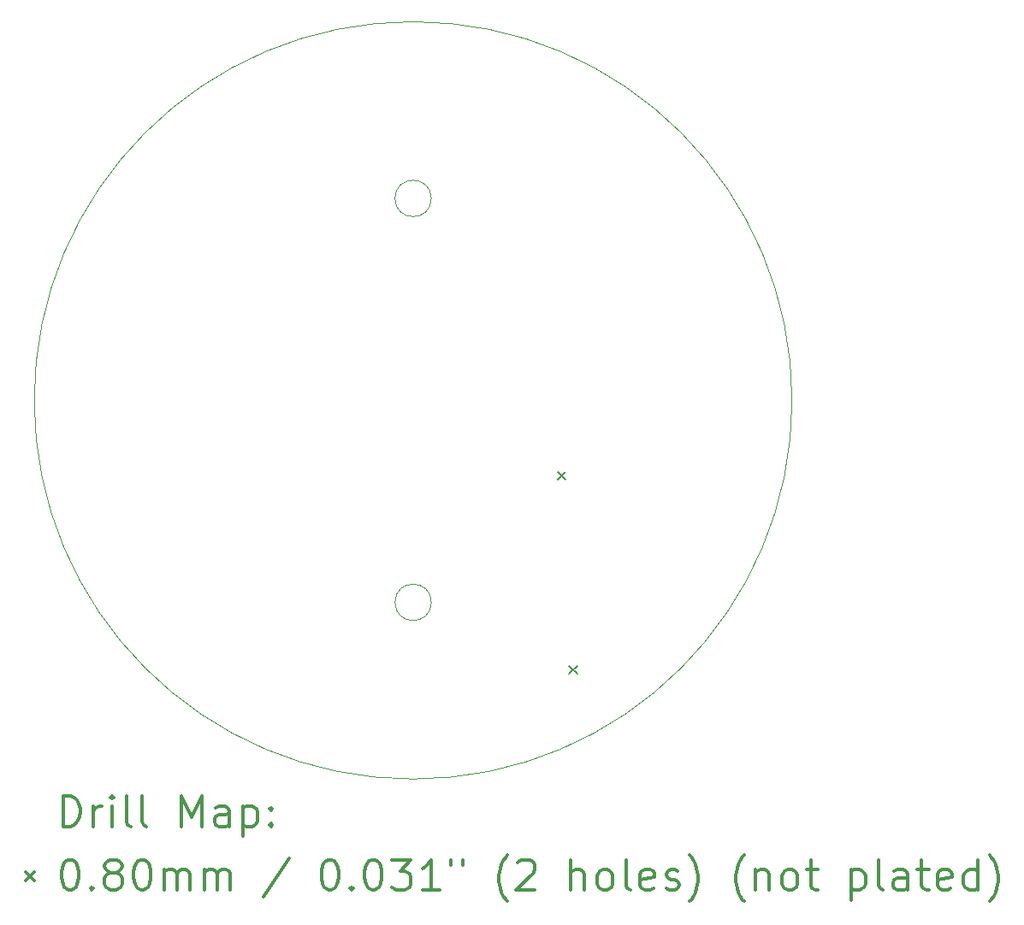
<source format=gbr>
%FSLAX45Y45*%
G04 Gerber Fmt 4.5, Leading zero omitted, Abs format (unit mm)*
G04 Created by KiCad (PCBNEW 5.1.5-52549c5~84~ubuntu18.04.1) date 2020-01-06 14:01:49*
%MOMM*%
%LPD*%
G04 APERTURE LIST*
%TA.AperFunction,Profile*%
%ADD10C,0.050000*%
%TD*%
%ADD11C,0.200000*%
%ADD12C,0.300000*%
G04 APERTURE END LIST*
D10*
X10180000Y-12000000D02*
G75*
G03X10180000Y-12000000I-180000J0D01*
G01*
X10180000Y-8000000D02*
G75*
G03X10180000Y-8000000I-180000J0D01*
G01*
X13750000Y-10000000D02*
G75*
G03X13750000Y-10000000I-3750000J0D01*
G01*
D11*
X11430660Y-10706760D02*
X11510660Y-10786760D01*
X11510660Y-10706760D02*
X11430660Y-10786760D01*
X11542600Y-12627000D02*
X11622600Y-12707000D01*
X11622600Y-12627000D02*
X11542600Y-12707000D01*
D12*
X6533928Y-14218214D02*
X6533928Y-13918214D01*
X6605357Y-13918214D01*
X6648214Y-13932500D01*
X6676786Y-13961071D01*
X6691071Y-13989643D01*
X6705357Y-14046786D01*
X6705357Y-14089643D01*
X6691071Y-14146786D01*
X6676786Y-14175357D01*
X6648214Y-14203929D01*
X6605357Y-14218214D01*
X6533928Y-14218214D01*
X6833928Y-14218214D02*
X6833928Y-14018214D01*
X6833928Y-14075357D02*
X6848214Y-14046786D01*
X6862500Y-14032500D01*
X6891071Y-14018214D01*
X6919643Y-14018214D01*
X7019643Y-14218214D02*
X7019643Y-14018214D01*
X7019643Y-13918214D02*
X7005357Y-13932500D01*
X7019643Y-13946786D01*
X7033928Y-13932500D01*
X7019643Y-13918214D01*
X7019643Y-13946786D01*
X7205357Y-14218214D02*
X7176786Y-14203929D01*
X7162500Y-14175357D01*
X7162500Y-13918214D01*
X7362500Y-14218214D02*
X7333928Y-14203929D01*
X7319643Y-14175357D01*
X7319643Y-13918214D01*
X7705357Y-14218214D02*
X7705357Y-13918214D01*
X7805357Y-14132500D01*
X7905357Y-13918214D01*
X7905357Y-14218214D01*
X8176786Y-14218214D02*
X8176786Y-14061071D01*
X8162500Y-14032500D01*
X8133928Y-14018214D01*
X8076786Y-14018214D01*
X8048214Y-14032500D01*
X8176786Y-14203929D02*
X8148214Y-14218214D01*
X8076786Y-14218214D01*
X8048214Y-14203929D01*
X8033928Y-14175357D01*
X8033928Y-14146786D01*
X8048214Y-14118214D01*
X8076786Y-14103929D01*
X8148214Y-14103929D01*
X8176786Y-14089643D01*
X8319643Y-14018214D02*
X8319643Y-14318214D01*
X8319643Y-14032500D02*
X8348214Y-14018214D01*
X8405357Y-14018214D01*
X8433928Y-14032500D01*
X8448214Y-14046786D01*
X8462500Y-14075357D01*
X8462500Y-14161071D01*
X8448214Y-14189643D01*
X8433928Y-14203929D01*
X8405357Y-14218214D01*
X8348214Y-14218214D01*
X8319643Y-14203929D01*
X8591071Y-14189643D02*
X8605357Y-14203929D01*
X8591071Y-14218214D01*
X8576786Y-14203929D01*
X8591071Y-14189643D01*
X8591071Y-14218214D01*
X8591071Y-14032500D02*
X8605357Y-14046786D01*
X8591071Y-14061071D01*
X8576786Y-14046786D01*
X8591071Y-14032500D01*
X8591071Y-14061071D01*
X6167500Y-14672500D02*
X6247500Y-14752500D01*
X6247500Y-14672500D02*
X6167500Y-14752500D01*
X6591071Y-14548214D02*
X6619643Y-14548214D01*
X6648214Y-14562500D01*
X6662500Y-14576786D01*
X6676786Y-14605357D01*
X6691071Y-14662500D01*
X6691071Y-14733929D01*
X6676786Y-14791071D01*
X6662500Y-14819643D01*
X6648214Y-14833929D01*
X6619643Y-14848214D01*
X6591071Y-14848214D01*
X6562500Y-14833929D01*
X6548214Y-14819643D01*
X6533928Y-14791071D01*
X6519643Y-14733929D01*
X6519643Y-14662500D01*
X6533928Y-14605357D01*
X6548214Y-14576786D01*
X6562500Y-14562500D01*
X6591071Y-14548214D01*
X6819643Y-14819643D02*
X6833928Y-14833929D01*
X6819643Y-14848214D01*
X6805357Y-14833929D01*
X6819643Y-14819643D01*
X6819643Y-14848214D01*
X7005357Y-14676786D02*
X6976786Y-14662500D01*
X6962500Y-14648214D01*
X6948214Y-14619643D01*
X6948214Y-14605357D01*
X6962500Y-14576786D01*
X6976786Y-14562500D01*
X7005357Y-14548214D01*
X7062500Y-14548214D01*
X7091071Y-14562500D01*
X7105357Y-14576786D01*
X7119643Y-14605357D01*
X7119643Y-14619643D01*
X7105357Y-14648214D01*
X7091071Y-14662500D01*
X7062500Y-14676786D01*
X7005357Y-14676786D01*
X6976786Y-14691071D01*
X6962500Y-14705357D01*
X6948214Y-14733929D01*
X6948214Y-14791071D01*
X6962500Y-14819643D01*
X6976786Y-14833929D01*
X7005357Y-14848214D01*
X7062500Y-14848214D01*
X7091071Y-14833929D01*
X7105357Y-14819643D01*
X7119643Y-14791071D01*
X7119643Y-14733929D01*
X7105357Y-14705357D01*
X7091071Y-14691071D01*
X7062500Y-14676786D01*
X7305357Y-14548214D02*
X7333928Y-14548214D01*
X7362500Y-14562500D01*
X7376786Y-14576786D01*
X7391071Y-14605357D01*
X7405357Y-14662500D01*
X7405357Y-14733929D01*
X7391071Y-14791071D01*
X7376786Y-14819643D01*
X7362500Y-14833929D01*
X7333928Y-14848214D01*
X7305357Y-14848214D01*
X7276786Y-14833929D01*
X7262500Y-14819643D01*
X7248214Y-14791071D01*
X7233928Y-14733929D01*
X7233928Y-14662500D01*
X7248214Y-14605357D01*
X7262500Y-14576786D01*
X7276786Y-14562500D01*
X7305357Y-14548214D01*
X7533928Y-14848214D02*
X7533928Y-14648214D01*
X7533928Y-14676786D02*
X7548214Y-14662500D01*
X7576786Y-14648214D01*
X7619643Y-14648214D01*
X7648214Y-14662500D01*
X7662500Y-14691071D01*
X7662500Y-14848214D01*
X7662500Y-14691071D02*
X7676786Y-14662500D01*
X7705357Y-14648214D01*
X7748214Y-14648214D01*
X7776786Y-14662500D01*
X7791071Y-14691071D01*
X7791071Y-14848214D01*
X7933928Y-14848214D02*
X7933928Y-14648214D01*
X7933928Y-14676786D02*
X7948214Y-14662500D01*
X7976786Y-14648214D01*
X8019643Y-14648214D01*
X8048214Y-14662500D01*
X8062500Y-14691071D01*
X8062500Y-14848214D01*
X8062500Y-14691071D02*
X8076786Y-14662500D01*
X8105357Y-14648214D01*
X8148214Y-14648214D01*
X8176786Y-14662500D01*
X8191071Y-14691071D01*
X8191071Y-14848214D01*
X8776786Y-14533929D02*
X8519643Y-14919643D01*
X9162500Y-14548214D02*
X9191071Y-14548214D01*
X9219643Y-14562500D01*
X9233928Y-14576786D01*
X9248214Y-14605357D01*
X9262500Y-14662500D01*
X9262500Y-14733929D01*
X9248214Y-14791071D01*
X9233928Y-14819643D01*
X9219643Y-14833929D01*
X9191071Y-14848214D01*
X9162500Y-14848214D01*
X9133928Y-14833929D01*
X9119643Y-14819643D01*
X9105357Y-14791071D01*
X9091071Y-14733929D01*
X9091071Y-14662500D01*
X9105357Y-14605357D01*
X9119643Y-14576786D01*
X9133928Y-14562500D01*
X9162500Y-14548214D01*
X9391071Y-14819643D02*
X9405357Y-14833929D01*
X9391071Y-14848214D01*
X9376786Y-14833929D01*
X9391071Y-14819643D01*
X9391071Y-14848214D01*
X9591071Y-14548214D02*
X9619643Y-14548214D01*
X9648214Y-14562500D01*
X9662500Y-14576786D01*
X9676786Y-14605357D01*
X9691071Y-14662500D01*
X9691071Y-14733929D01*
X9676786Y-14791071D01*
X9662500Y-14819643D01*
X9648214Y-14833929D01*
X9619643Y-14848214D01*
X9591071Y-14848214D01*
X9562500Y-14833929D01*
X9548214Y-14819643D01*
X9533928Y-14791071D01*
X9519643Y-14733929D01*
X9519643Y-14662500D01*
X9533928Y-14605357D01*
X9548214Y-14576786D01*
X9562500Y-14562500D01*
X9591071Y-14548214D01*
X9791071Y-14548214D02*
X9976786Y-14548214D01*
X9876786Y-14662500D01*
X9919643Y-14662500D01*
X9948214Y-14676786D01*
X9962500Y-14691071D01*
X9976786Y-14719643D01*
X9976786Y-14791071D01*
X9962500Y-14819643D01*
X9948214Y-14833929D01*
X9919643Y-14848214D01*
X9833928Y-14848214D01*
X9805357Y-14833929D01*
X9791071Y-14819643D01*
X10262500Y-14848214D02*
X10091071Y-14848214D01*
X10176786Y-14848214D02*
X10176786Y-14548214D01*
X10148214Y-14591071D01*
X10119643Y-14619643D01*
X10091071Y-14633929D01*
X10376786Y-14548214D02*
X10376786Y-14605357D01*
X10491071Y-14548214D02*
X10491071Y-14605357D01*
X10933928Y-14962500D02*
X10919643Y-14948214D01*
X10891071Y-14905357D01*
X10876786Y-14876786D01*
X10862500Y-14833929D01*
X10848214Y-14762500D01*
X10848214Y-14705357D01*
X10862500Y-14633929D01*
X10876786Y-14591071D01*
X10891071Y-14562500D01*
X10919643Y-14519643D01*
X10933928Y-14505357D01*
X11033928Y-14576786D02*
X11048214Y-14562500D01*
X11076786Y-14548214D01*
X11148214Y-14548214D01*
X11176786Y-14562500D01*
X11191071Y-14576786D01*
X11205357Y-14605357D01*
X11205357Y-14633929D01*
X11191071Y-14676786D01*
X11019643Y-14848214D01*
X11205357Y-14848214D01*
X11562500Y-14848214D02*
X11562500Y-14548214D01*
X11691071Y-14848214D02*
X11691071Y-14691071D01*
X11676786Y-14662500D01*
X11648214Y-14648214D01*
X11605357Y-14648214D01*
X11576786Y-14662500D01*
X11562500Y-14676786D01*
X11876786Y-14848214D02*
X11848214Y-14833929D01*
X11833928Y-14819643D01*
X11819643Y-14791071D01*
X11819643Y-14705357D01*
X11833928Y-14676786D01*
X11848214Y-14662500D01*
X11876786Y-14648214D01*
X11919643Y-14648214D01*
X11948214Y-14662500D01*
X11962500Y-14676786D01*
X11976786Y-14705357D01*
X11976786Y-14791071D01*
X11962500Y-14819643D01*
X11948214Y-14833929D01*
X11919643Y-14848214D01*
X11876786Y-14848214D01*
X12148214Y-14848214D02*
X12119643Y-14833929D01*
X12105357Y-14805357D01*
X12105357Y-14548214D01*
X12376786Y-14833929D02*
X12348214Y-14848214D01*
X12291071Y-14848214D01*
X12262500Y-14833929D01*
X12248214Y-14805357D01*
X12248214Y-14691071D01*
X12262500Y-14662500D01*
X12291071Y-14648214D01*
X12348214Y-14648214D01*
X12376786Y-14662500D01*
X12391071Y-14691071D01*
X12391071Y-14719643D01*
X12248214Y-14748214D01*
X12505357Y-14833929D02*
X12533928Y-14848214D01*
X12591071Y-14848214D01*
X12619643Y-14833929D01*
X12633928Y-14805357D01*
X12633928Y-14791071D01*
X12619643Y-14762500D01*
X12591071Y-14748214D01*
X12548214Y-14748214D01*
X12519643Y-14733929D01*
X12505357Y-14705357D01*
X12505357Y-14691071D01*
X12519643Y-14662500D01*
X12548214Y-14648214D01*
X12591071Y-14648214D01*
X12619643Y-14662500D01*
X12733928Y-14962500D02*
X12748214Y-14948214D01*
X12776786Y-14905357D01*
X12791071Y-14876786D01*
X12805357Y-14833929D01*
X12819643Y-14762500D01*
X12819643Y-14705357D01*
X12805357Y-14633929D01*
X12791071Y-14591071D01*
X12776786Y-14562500D01*
X12748214Y-14519643D01*
X12733928Y-14505357D01*
X13276786Y-14962500D02*
X13262500Y-14948214D01*
X13233928Y-14905357D01*
X13219643Y-14876786D01*
X13205357Y-14833929D01*
X13191071Y-14762500D01*
X13191071Y-14705357D01*
X13205357Y-14633929D01*
X13219643Y-14591071D01*
X13233928Y-14562500D01*
X13262500Y-14519643D01*
X13276786Y-14505357D01*
X13391071Y-14648214D02*
X13391071Y-14848214D01*
X13391071Y-14676786D02*
X13405357Y-14662500D01*
X13433928Y-14648214D01*
X13476786Y-14648214D01*
X13505357Y-14662500D01*
X13519643Y-14691071D01*
X13519643Y-14848214D01*
X13705357Y-14848214D02*
X13676786Y-14833929D01*
X13662500Y-14819643D01*
X13648214Y-14791071D01*
X13648214Y-14705357D01*
X13662500Y-14676786D01*
X13676786Y-14662500D01*
X13705357Y-14648214D01*
X13748214Y-14648214D01*
X13776786Y-14662500D01*
X13791071Y-14676786D01*
X13805357Y-14705357D01*
X13805357Y-14791071D01*
X13791071Y-14819643D01*
X13776786Y-14833929D01*
X13748214Y-14848214D01*
X13705357Y-14848214D01*
X13891071Y-14648214D02*
X14005357Y-14648214D01*
X13933928Y-14548214D02*
X13933928Y-14805357D01*
X13948214Y-14833929D01*
X13976786Y-14848214D01*
X14005357Y-14848214D01*
X14333928Y-14648214D02*
X14333928Y-14948214D01*
X14333928Y-14662500D02*
X14362500Y-14648214D01*
X14419643Y-14648214D01*
X14448214Y-14662500D01*
X14462500Y-14676786D01*
X14476786Y-14705357D01*
X14476786Y-14791071D01*
X14462500Y-14819643D01*
X14448214Y-14833929D01*
X14419643Y-14848214D01*
X14362500Y-14848214D01*
X14333928Y-14833929D01*
X14648214Y-14848214D02*
X14619643Y-14833929D01*
X14605357Y-14805357D01*
X14605357Y-14548214D01*
X14891071Y-14848214D02*
X14891071Y-14691071D01*
X14876786Y-14662500D01*
X14848214Y-14648214D01*
X14791071Y-14648214D01*
X14762500Y-14662500D01*
X14891071Y-14833929D02*
X14862500Y-14848214D01*
X14791071Y-14848214D01*
X14762500Y-14833929D01*
X14748214Y-14805357D01*
X14748214Y-14776786D01*
X14762500Y-14748214D01*
X14791071Y-14733929D01*
X14862500Y-14733929D01*
X14891071Y-14719643D01*
X14991071Y-14648214D02*
X15105357Y-14648214D01*
X15033928Y-14548214D02*
X15033928Y-14805357D01*
X15048214Y-14833929D01*
X15076786Y-14848214D01*
X15105357Y-14848214D01*
X15319643Y-14833929D02*
X15291071Y-14848214D01*
X15233928Y-14848214D01*
X15205357Y-14833929D01*
X15191071Y-14805357D01*
X15191071Y-14691071D01*
X15205357Y-14662500D01*
X15233928Y-14648214D01*
X15291071Y-14648214D01*
X15319643Y-14662500D01*
X15333928Y-14691071D01*
X15333928Y-14719643D01*
X15191071Y-14748214D01*
X15591071Y-14848214D02*
X15591071Y-14548214D01*
X15591071Y-14833929D02*
X15562500Y-14848214D01*
X15505357Y-14848214D01*
X15476786Y-14833929D01*
X15462500Y-14819643D01*
X15448214Y-14791071D01*
X15448214Y-14705357D01*
X15462500Y-14676786D01*
X15476786Y-14662500D01*
X15505357Y-14648214D01*
X15562500Y-14648214D01*
X15591071Y-14662500D01*
X15705357Y-14962500D02*
X15719643Y-14948214D01*
X15748214Y-14905357D01*
X15762500Y-14876786D01*
X15776786Y-14833929D01*
X15791071Y-14762500D01*
X15791071Y-14705357D01*
X15776786Y-14633929D01*
X15762500Y-14591071D01*
X15748214Y-14562500D01*
X15719643Y-14519643D01*
X15705357Y-14505357D01*
M02*

</source>
